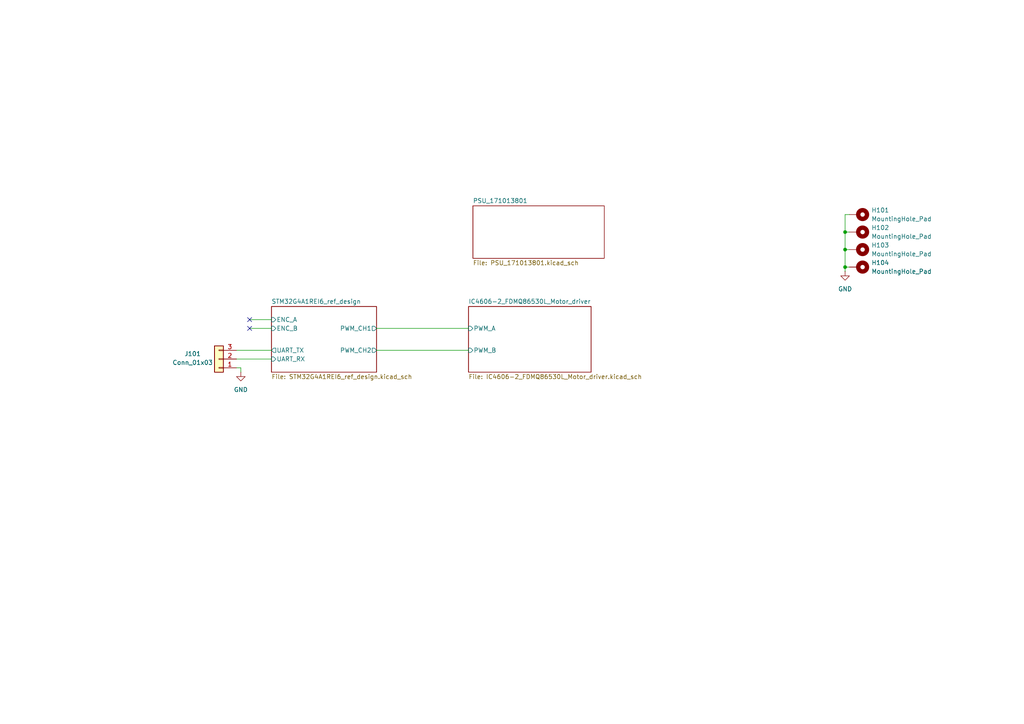
<source format=kicad_sch>
(kicad_sch (version 20231120) (generator "eeschema") (generator_version "8.0")
  (paper "A4")
  (lib_symbols
    (symbol "Connector_Generic:Conn_01x03" (pin_names (offset 1.016) hide)
      (property "Reference" "J" (at 0 5.08 0))
      (property "Value" "Conn_01x03" (at 0 -5.08 0))
      (symbol "Conn_01x03_1_1"
        (rectangle (start -1.27 -2.413) (end 0 -2.667) (stroke (width 0.1524)))
        (rectangle (start -1.27 0.127) (end 0 -0.127) (stroke (width 0.1524)))
        (rectangle (start -1.27 2.667) (end 0 2.413) (stroke (width 0.1524)))
        (rectangle (start -1.27 3.81) (end 1.27 -3.81) (stroke (width 0.254)) (fill (type background)))
        (pin passive line (at -5.08 2.54 0) (length 3.81) (name "Pin_1") (number "1"))
        (pin passive line (at -5.08 0 0) (length 3.81) (name "Pin_2") (number "2"))
        (pin passive line (at -5.08 -2.54 0) (length 3.81) (name "Pin_3") (number "3"))
      )
    )
    (symbol "Mechanical:MountingHole_Pad" (pin_numbers hide) (pin_names (offset 1.016) hide) (exclude_from_sim yes) (in_bom no)
      (property "Reference" "H" (at 0 6.35 0))
      (property "Value" "MountingHole_Pad" (at 0 4.445 0))
      (symbol "MountingHole_Pad_0_1"
        (circle (center 0 1.27) (radius 1.27) (stroke (width 1.27)))
      )
      (symbol "MountingHole_Pad_1_1"
        (pin input line (at 0 -2.54 90) (length 2.54) (name "1") (number "1"))
      )
    )
    (symbol "power:GND" (power) (pin_numbers hide) (pin_names (offset 0) hide)
      (property "Value" "GND" (at 0 -3.81 0))
      (symbol "GND_0_1"
        (polyline (pts (xy 0 0) (xy 0 -1.27) (xy 1.27 -1.27) (xy 0 -2.54) (xy -1.27 -1.27) (xy 0 -1.27)))
      )
      (symbol "GND_1_1"
        (pin power_in line (at 0 0 270) (length 0) (name "~") (number "1"))
      )
    )
  )
  (junction (at 245.11 72.39))
  (junction (at 245.11 67.31))
  (junction (at 245.11 77.47))
  (no_connect (at 72.39 92.71))
  (no_connect (at 72.39 95.25))
  (wire (pts (xy 69.85 106.68) (xy 68.58 106.68)))
  (wire (pts (xy 245.11 67.31) (xy 246.38 67.31)))
  (wire (pts (xy 68.58 101.6) (xy 78.74 101.6)))
  (wire (pts (xy 69.85 107.95) (xy 69.85 106.68)))
  (wire (pts (xy 245.11 72.39) (xy 245.11 77.47)))
  (wire (pts (xy 245.11 72.39) (xy 246.38 72.39)))
  (wire (pts (xy 245.11 62.23) (xy 245.11 67.31)))
  (wire (pts (xy 68.58 104.14) (xy 78.74 104.14)))
  (wire (pts (xy 245.11 77.47) (xy 246.38 77.47)))
  (wire (pts (xy 245.11 77.47) (xy 245.11 78.74)))
  (wire (pts (xy 245.11 67.31) (xy 245.11 72.39)))
  (wire (pts (xy 72.39 95.25) (xy 78.74 95.25)))
  (wire (pts (xy 109.22 101.6) (xy 135.89 101.6)))
  (wire (pts (xy 72.39 92.71) (xy 78.74 92.71)))
  (wire (pts (xy 109.22 95.25) (xy 135.89 95.25)))
  (wire (pts (xy 246.38 62.23) (xy 245.11 62.23)))
  (symbol (lib_id "Mechanical:MountingHole_Pad") (at 248.92 77.47 270) (unit 1) (exclude_from_sim yes) (in_bom no)
    (property "Reference" "H104" (at 252.73 76.1999 90) (effects (justify left)))
    (property "Value" "MountingHole_Pad" (at 252.73 78.7399 90) (effects (justify left)))
    (property "Footprint" "MountingHole:MountingHole_2.7mm_M2.5_Pad_Via" (effects (hide yes)))
    (property "Description" "Mounting Hole with connection" (effects (hide yes)))
  )
  (symbol (lib_id "Connector_Generic:Conn_01x03") (at 63.5 104.14 180) (unit 1)
    (property "Reference" "J101" (at 55.88 102.616 0))
    (property "Value" "Conn_01x03" (at 55.88 105.156 0))
    (property "Footprint" "Connector_JST:JST_EH_B3B-EH-A_1x03_P2.50mm_Vertical" (effects (hide yes)))
    (property "Description" "Generic connector, single row, 01x03, script generated (kicad-library-utils/schlib/autogen/connector/)" (effects (hide yes)))
  )
  (symbol (lib_id "power:GND") (at 245.11 78.74 0) (unit 1)
    (property "Reference" "#PWR0102" (effects (hide yes)))
    (property "Value" "GND" (at 245.11 83.82 0))
    (property "Description" "Power symbol creates a global label with name \"GND\" , ground" (effects (hide yes)))
  )
  (symbol (lib_id "power:GND") (at 69.85 107.95 0) (unit 1)
    (property "Reference" "#PWR0101" (effects (hide yes)))
    (property "Value" "GND" (at 69.85 113.03 0))
    (property "Description" "Power symbol creates a global label with name \"GND\" , ground" (effects (hide yes)))
  )
  (symbol (lib_id "Mechanical:MountingHole_Pad") (at 248.92 62.23 270) (unit 1) (exclude_from_sim yes) (in_bom no)
    (property "Reference" "H101" (at 252.73 60.9599 90) (effects (justify left)))
    (property "Value" "MountingHole_Pad" (at 252.73 63.4999 90) (effects (justify left)))
    (property "Footprint" "MountingHole:MountingHole_2.7mm_M2.5_Pad_Via" (effects (hide yes)))
    (property "Description" "Mounting Hole with connection" (effects (hide yes)))
  )
  (symbol (lib_id "Mechanical:MountingHole_Pad") (at 248.92 72.39 270) (unit 1) (exclude_from_sim yes) (in_bom no)
    (property "Reference" "H103" (at 252.73 71.1199 90) (effects (justify left)))
    (property "Value" "MountingHole_Pad" (at 252.73 73.6599 90) (effects (justify left)))
    (property "Footprint" "MountingHole:MountingHole_2.7mm_M2.5_Pad_Via" (effects (hide yes)))
    (property "Description" "Mounting Hole with connection" (effects (hide yes)))
  )
  (symbol (lib_id "Mechanical:MountingHole_Pad") (at 248.92 67.31 270) (unit 1) (exclude_from_sim yes) (in_bom no)
    (property "Reference" "H102" (at 252.73 66.0399 90) (effects (justify left)))
    (property "Value" "MountingHole_Pad" (at 252.73 68.5799 90) (effects (justify left)))
    (property "Footprint" "MountingHole:MountingHole_2.7mm_M2.5_Pad_Via" (effects (hide yes)))
    (property "Description" "Mounting Hole with connection" (effects (hide yes)))
  )
  (sheet (at 78.74 88.9) (size 30.48 19.05) (stroke (width 0.1524))
    (property "Sheetname" "STM32G4A1REI6_ref_design" (at 78.74 88.1884 0) (effects (justify left bottom)))
    (property "Sheetfile" "STM32G4A1REI6_ref_design.kicad_sch" (at 78.74 108.5346 0) (effects (justify left top)))
    (pin "PWM_CH2" output (at 109.22 101.6 0))
    (pin "PWM_CH1" output (at 109.22 95.25 0))
    (pin "UART_TX" output (at 78.74 101.6 180))
    (pin "UART_RX" input (at 78.74 104.14 180))
    (pin "ENC_B" input (at 78.74 95.25 180))
    (pin "ENC_A" input (at 78.74 92.71 180))
  )
  (sheet (at 137.16 59.69) (size 38.1 15.24) (stroke (width 0.1524))
    (property "Sheetname" "PSU_171013801" (at 137.16 58.9784 0) (effects (justify left bottom)))
    (property "Sheetfile" "PSU_171013801.kicad_sch" (at 137.16 75.5146 0) (effects (justify left top)))
  )
  (sheet (at 135.89 88.9) (size 35.56 19.05) (stroke (width 0.1524))
    (property "Sheetname" "IC4606-2_FDMQ86530L_Motor_driver" (at 135.89 88.1884 0) (effects (justify left bottom)))
    (property "Sheetfile" "IC4606-2_FDMQ86530L_Motor_driver.kicad_sch" (at 135.89 108.5346 0) (effects (justify left top)))
    (pin "PWM_B" input (at 135.89 101.6 180))
    (pin "PWM_A" input (at 135.89 95.25 180))
  )
)
</source>
